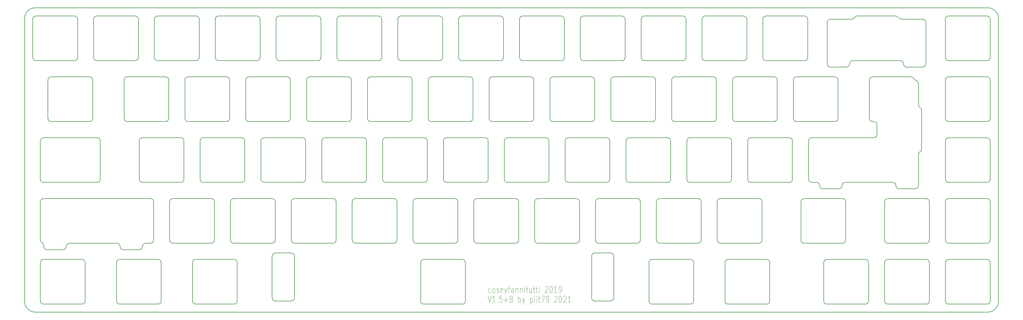
<source format=gbr>
%TF.GenerationSoftware,KiCad,Pcbnew,5.1.10-88a1d61d58~88~ubuntu21.04.1*%
%TF.CreationDate,2021-06-02T23:16:48+02:00*%
%TF.ProjectId,discipline-plate-blocker,64697363-6970-46c6-996e-652d706c6174,rev?*%
%TF.SameCoordinates,Original*%
%TF.FileFunction,Legend,Top*%
%TF.FilePolarity,Positive*%
%FSLAX46Y46*%
G04 Gerber Fmt 4.6, Leading zero omitted, Abs format (unit mm)*
G04 Created by KiCad (PCBNEW 5.1.10-88a1d61d58~88~ubuntu21.04.1) date 2021-06-02 23:16:48*
%MOMM*%
%LPD*%
G01*
G04 APERTURE LIST*
%TA.AperFunction,Profile*%
%ADD10C,0.200000*%
%TD*%
%TA.AperFunction,Profile*%
%ADD11C,0.150000*%
%TD*%
%ADD12C,0.075000*%
G04 APERTURE END LIST*
D10*
X72709300Y-164998400D02*
X72709300Y-176998400D01*
X58709300Y-164998400D02*
G75*
G02*
X59709300Y-163998400I1000000J0D01*
G01*
X71709300Y-177998400D02*
X59709300Y-177998400D01*
X72709300Y-176998400D02*
G75*
G02*
X71709300Y-177998400I-1000000J0D01*
G01*
X59709300Y-177998400D02*
G75*
G02*
X58709300Y-176998400I0J1000000D01*
G01*
X59709300Y-163998400D02*
X71709300Y-163998400D01*
X71709300Y-163998400D02*
G75*
G02*
X72709300Y-164998400I0J-1000000D01*
G01*
X58709300Y-176998400D02*
X58709300Y-164998400D01*
X96519300Y-164998400D02*
X96519300Y-176998400D01*
X82519300Y-164998400D02*
G75*
G02*
X83519300Y-163998400I1000000J0D01*
G01*
X95519300Y-177998400D02*
X83519300Y-177998400D01*
X96519300Y-176998400D02*
G75*
G02*
X95519300Y-177998400I-1000000J0D01*
G01*
X83519300Y-177998400D02*
G75*
G02*
X82519300Y-176998400I0J1000000D01*
G01*
X83519300Y-163998400D02*
X95519300Y-163998400D01*
X95519300Y-163998400D02*
G75*
G02*
X96519300Y-164998400I0J-1000000D01*
G01*
X82519300Y-176998400D02*
X82519300Y-164998400D01*
X120329300Y-164998400D02*
X120329300Y-176998400D01*
X106329300Y-164998400D02*
G75*
G02*
X107329300Y-163998400I1000000J0D01*
G01*
X119329300Y-177998400D02*
X107329300Y-177998400D01*
X120329300Y-176998400D02*
G75*
G02*
X119329300Y-177998400I-1000000J0D01*
G01*
X107329300Y-177998400D02*
G75*
G02*
X106329300Y-176998400I0J1000000D01*
G01*
X107329300Y-163998400D02*
X119329300Y-163998400D01*
X119329300Y-163998400D02*
G75*
G02*
X120329300Y-164998400I0J-1000000D01*
G01*
X106329300Y-176998400D02*
X106329300Y-164998400D01*
X191769300Y-164998400D02*
X191769300Y-176998400D01*
X177769300Y-164998400D02*
G75*
G02*
X178769300Y-163998400I1000000J0D01*
G01*
X190769300Y-177998400D02*
X178769300Y-177998400D01*
X191769300Y-176998400D02*
G75*
G02*
X190769300Y-177998400I-1000000J0D01*
G01*
X178769300Y-177998400D02*
G75*
G02*
X177769300Y-176998400I0J1000000D01*
G01*
X178769300Y-163998400D02*
X190769300Y-163998400D01*
X190769300Y-163998400D02*
G75*
G02*
X191769300Y-164998400I0J-1000000D01*
G01*
X177769300Y-176998400D02*
X177769300Y-164998400D01*
X263239300Y-164998400D02*
X263239300Y-176998400D01*
X249239300Y-164998400D02*
G75*
G02*
X250239300Y-163998400I1000000J0D01*
G01*
X262239300Y-177998400D02*
X250239300Y-177998400D01*
X263239300Y-176998400D02*
G75*
G02*
X262239300Y-177998400I-1000000J0D01*
G01*
X250239300Y-177998400D02*
G75*
G02*
X249239300Y-176998400I0J1000000D01*
G01*
X250239300Y-163998400D02*
X262239300Y-163998400D01*
X262239300Y-163998400D02*
G75*
G02*
X263239300Y-164998400I0J-1000000D01*
G01*
X249239300Y-176998400D02*
X249239300Y-164998400D01*
X287049300Y-164998400D02*
X287049300Y-176998400D01*
X273049300Y-164998400D02*
G75*
G02*
X274049300Y-163998400I1000000J0D01*
G01*
X286049300Y-177998400D02*
X274049300Y-177998400D01*
X287049300Y-176998400D02*
G75*
G02*
X286049300Y-177998400I-1000000J0D01*
G01*
X274049300Y-177998400D02*
G75*
G02*
X273049300Y-176998400I0J1000000D01*
G01*
X274049300Y-163998400D02*
X286049300Y-163998400D01*
X286049300Y-163998400D02*
G75*
G02*
X287049300Y-164998400I0J-1000000D01*
G01*
X273049300Y-176998400D02*
X273049300Y-164998400D01*
X299216800Y-126898400D02*
G75*
G02*
X300216800Y-125898400I1000000J0D01*
G01*
X331266800Y-106848400D02*
X319266799Y-106848400D01*
X320648050Y-124898400D02*
X320648050Y-121848400D01*
X320648050Y-124898400D02*
G75*
G02*
X319648050Y-125898400I-1000000J0D01*
G01*
X319648050Y-120848400D02*
G75*
G02*
X320648050Y-121848400I0J-1000000D01*
G01*
X319266799Y-120848400D02*
G75*
G02*
X318266799Y-119848400I0J1000000D01*
G01*
X299216800Y-126898400D02*
X299216800Y-138898400D01*
X319266799Y-120848400D02*
X319648050Y-120848400D01*
X334648050Y-129373400D02*
X334648050Y-117373400D01*
X332167637Y-107414244D02*
G75*
G03*
X332858263Y-107957744I900838J434156D01*
G01*
X334148050Y-130239425D02*
G75*
G03*
X333648050Y-131105450I500000J-866025D01*
G01*
X300216800Y-139898400D02*
X301685050Y-139898400D01*
X300216800Y-125898400D02*
X319648050Y-125898400D01*
X333648050Y-140898400D02*
X333648050Y-131105450D01*
X327566004Y-141897090D02*
G75*
G02*
X326566003Y-140897089I0J1000001D01*
G01*
X334648050Y-129373400D02*
G75*
G02*
X334148050Y-130239425I-1000000J0D01*
G01*
X303689997Y-141898388D02*
G75*
G02*
X302685050Y-140898400I-4947J999988D01*
G01*
X333648050Y-140898400D02*
G75*
G02*
X332648050Y-141898400I-1000000J0D01*
G01*
X303689991Y-141897089D02*
X308689994Y-141897089D01*
X309689994Y-140897089D02*
G75*
G02*
X308689994Y-141897089I-1000000J0D01*
G01*
X300216800Y-139898400D02*
G75*
G02*
X299216800Y-138898400I0J1000000D01*
G01*
X332858263Y-107957744D02*
G75*
G02*
X333648050Y-108935400I-210213J-977656D01*
G01*
X318266799Y-107848400D02*
X318266799Y-119848400D01*
X326566003Y-140897089D02*
G75*
G03*
X325566003Y-139897089I-1000000J0D01*
G01*
X334148050Y-116507375D02*
G75*
G02*
X334648050Y-117373400I-500000J-866025D01*
G01*
X310689995Y-139897088D02*
G75*
G03*
X309689994Y-140897089I0J-1000001D01*
G01*
X302685050Y-140898400D02*
G75*
G03*
X301685050Y-139898400I-1000000J0D01*
G01*
X310689995Y-139897088D02*
X325566003Y-139897089D01*
X333648049Y-115641349D02*
G75*
G03*
X334148050Y-116507375I1000001J0D01*
G01*
X327566004Y-141897090D02*
X332648050Y-141898400D01*
X331266800Y-106848401D02*
G75*
G02*
X332167637Y-107414244I0J-999999D01*
G01*
X318266799Y-107848400D02*
G75*
G02*
X319266799Y-106848400I1000000J0D01*
G01*
X302685050Y-140898400D02*
X302685050Y-140898400D01*
X333648050Y-115641349D02*
X333648050Y-108935400D01*
X82673550Y-158948400D02*
G75*
G02*
X83673550Y-159948400I0J-1000000D01*
G01*
X59797549Y-159948400D02*
X59797549Y-159727846D01*
X66797550Y-159948400D02*
G75*
G02*
X67797550Y-158948400I1000000J0D01*
G01*
X59710550Y-144948400D02*
X93141800Y-144948400D01*
X84673550Y-160948400D02*
G75*
G02*
X83673550Y-159948400I0J1000000D01*
G01*
X94141800Y-157948400D02*
G75*
G02*
X93141800Y-158948400I-1000000J0D01*
G01*
X60797549Y-160948399D02*
X65797550Y-160948399D01*
X66797550Y-159948400D02*
G75*
G02*
X65797550Y-160948400I-1000000J0D01*
G01*
X58710550Y-145948399D02*
X58710550Y-157948400D01*
X83673550Y-159948400D02*
X83673550Y-159948400D01*
X59254050Y-158838123D02*
G75*
G02*
X59797550Y-159727846I-456500J-889723D01*
G01*
X94141800Y-145948399D02*
X94141800Y-157948400D01*
X66797550Y-159948400D02*
X66797550Y-159948400D01*
X58710550Y-145948399D02*
G75*
G02*
X59710550Y-144948399I1000000J0D01*
G01*
X90673550Y-159948400D02*
G75*
G02*
X89673550Y-160948400I-1000000J0D01*
G01*
X90673550Y-159948400D02*
G75*
G02*
X91673550Y-158948400I1000000J0D01*
G01*
X67797550Y-158948399D02*
X82673550Y-158948399D01*
X93141800Y-144948399D02*
G75*
G02*
X94141800Y-145948399I0J-1000000D01*
G01*
X90673550Y-159948400D02*
X90673550Y-159948400D01*
X84673550Y-160948399D02*
X89673550Y-160948399D01*
X91673550Y-158948399D02*
X93141800Y-158948399D01*
X60797549Y-160948400D02*
G75*
G02*
X59797549Y-159948400I0J1000000D01*
G01*
X59254050Y-158838123D02*
G75*
G02*
X58710550Y-157948400I456500J889723D01*
G01*
X356079300Y-119848400D02*
G75*
G02*
X355079300Y-120848400I-1000000J0D01*
G01*
X356079300Y-100798400D02*
G75*
G02*
X355079300Y-101798400I-1000000J0D01*
G01*
X160816800Y-138898400D02*
G75*
G02*
X159816800Y-139898400I-1000000J0D01*
G01*
X155054300Y-106848400D02*
G75*
G02*
X156054300Y-107848400I0J-1000000D01*
G01*
X137273050Y-161998400D02*
G75*
G02*
X138273050Y-162998400I0J-1000000D01*
G01*
X284929300Y-88798400D02*
G75*
G02*
X285929300Y-87798400I1000000J0D01*
G01*
X132273050Y-161998400D02*
X137273050Y-161998400D01*
X75379300Y-100798400D02*
X75379300Y-88798400D01*
X307454300Y-120848400D02*
X295454300Y-120848400D01*
X131273050Y-175998400D02*
X131273050Y-162998400D01*
X138273050Y-162998400D02*
X138273050Y-175998400D01*
X100191800Y-158948400D02*
G75*
G02*
X99191800Y-157948400I0J1000000D01*
G01*
X112191800Y-158948400D02*
X100191800Y-158948400D01*
X221729300Y-101798400D02*
X209729300Y-101798400D01*
X131273050Y-162998400D02*
G75*
G02*
X132273050Y-161998400I1000000J0D01*
G01*
X146529300Y-88798400D02*
X146529300Y-100798400D01*
X231254300Y-106848400D02*
G75*
G02*
X232254300Y-107848400I0J-1000000D01*
G01*
X132529300Y-88798400D02*
G75*
G02*
X133529300Y-87798400I1000000J0D01*
G01*
X89379300Y-88798400D02*
X89379300Y-100798400D01*
X128766800Y-125898400D02*
X140766800Y-125898400D01*
X143054300Y-106848400D02*
X155054300Y-106848400D01*
X62091800Y-106848400D02*
X74091800Y-106848400D01*
X140766800Y-125898400D02*
G75*
G02*
X141766800Y-126898400I0J-1000000D01*
G01*
X356079300Y-145948400D02*
X356079300Y-157948400D01*
X127766800Y-126898400D02*
G75*
G02*
X128766800Y-125898400I1000000J0D01*
G01*
X232254300Y-107848400D02*
X232254300Y-119848400D01*
X245541800Y-158948400D02*
X233541800Y-158948400D01*
X355079300Y-139898400D02*
X343079300Y-139898400D01*
X236016800Y-139898400D02*
X224016800Y-139898400D01*
X356079300Y-88798400D02*
X356079300Y-100798400D01*
X137291800Y-145948400D02*
G75*
G02*
X138291800Y-144948400I1000000J0D01*
G01*
X255066800Y-139898400D02*
X243066800Y-139898400D01*
X343079300Y-101798400D02*
G75*
G02*
X342079300Y-100798400I0J1000000D01*
G01*
X137273050Y-176998400D02*
X132273050Y-176998400D01*
X137291800Y-157948400D02*
X137291800Y-145948400D01*
X256066800Y-126898400D02*
X256066800Y-138898400D01*
X337029300Y-145948400D02*
X337029300Y-157948400D01*
X119241800Y-158948400D02*
G75*
G02*
X118241800Y-157948400I0J1000000D01*
G01*
X56329300Y-88798400D02*
G75*
G02*
X57329300Y-87798400I1000000J0D01*
G01*
X335942300Y-102798400D02*
G75*
G02*
X334942300Y-103798400I-1000000J0D01*
G01*
X342079300Y-138898400D02*
X342079300Y-126898400D01*
X231279300Y-175998400D02*
X231279300Y-162998400D01*
X150291799Y-158948400D02*
X138291800Y-158948400D01*
X197916800Y-139898400D02*
X185916800Y-139898400D01*
X203966800Y-138898400D02*
X203966800Y-126898400D01*
X138291800Y-158948400D02*
G75*
G02*
X137291800Y-157948400I0J1000000D01*
G01*
X124004300Y-120848400D02*
G75*
G02*
X123004300Y-119848400I0J1000000D01*
G01*
X76379300Y-87798400D02*
X88379300Y-87798400D01*
X104954300Y-120848400D02*
G75*
G02*
X103954300Y-119848400I0J1000000D01*
G01*
X285929300Y-101798400D02*
G75*
G02*
X284929300Y-100798400I0J1000000D01*
G01*
X243066800Y-139898400D02*
G75*
G02*
X242066800Y-138898400I0J1000000D01*
G01*
X343079300Y-158948400D02*
G75*
G02*
X342079300Y-157948400I0J1000000D01*
G01*
X309835550Y-144948400D02*
G75*
G02*
X310835550Y-145948400I0J-1000000D01*
G01*
X117954300Y-107848400D02*
X117954300Y-119848400D01*
X175391800Y-145948400D02*
G75*
G02*
X176391800Y-144948400I1000000J0D01*
G01*
X342079300Y-100798400D02*
X342079300Y-88798400D01*
X114479299Y-87798400D02*
X126479300Y-87798400D01*
X342079300Y-88798400D02*
G75*
G02*
X343079300Y-87798400I1000000J0D01*
G01*
X75379300Y-88798400D02*
G75*
G02*
X76379300Y-87798400I1000000J0D01*
G01*
X238304300Y-120848400D02*
G75*
G02*
X237304300Y-119848400I0J1000000D01*
G01*
X126479300Y-87798400D02*
G75*
G02*
X127479300Y-88798400I0J-1000000D01*
G01*
X243066800Y-125898400D02*
X255066800Y-125898400D01*
X133529300Y-87798400D02*
X145529300Y-87798400D01*
X175391800Y-157948400D02*
X175391800Y-145948400D01*
X132241800Y-145948400D02*
X132241800Y-157948400D01*
X311066300Y-103798400D02*
X306066300Y-103798400D01*
X145529300Y-87798400D02*
G75*
G02*
X146529300Y-88798400I0J-1000000D01*
G01*
X145529300Y-101798400D02*
X133529300Y-101798400D01*
X127479300Y-100798400D02*
G75*
G02*
X126479300Y-101798400I-1000000J0D01*
G01*
X326504300Y-87798400D02*
G75*
G02*
X327370325Y-88298400I0J-1000000D01*
G01*
X327942300Y-101798400D02*
G75*
G02*
X328942300Y-102798400I0J-1000000D01*
G01*
X305066300Y-89798400D02*
G75*
G02*
X306066300Y-88798400I1000000J0D01*
G01*
X355079300Y-144948400D02*
G75*
G02*
X356079300Y-145948400I0J-1000000D01*
G01*
X223016800Y-138898400D02*
X223016800Y-126898400D01*
X237279300Y-176998400D02*
X232279300Y-176998400D01*
X216966800Y-139898400D02*
X204966800Y-139898400D01*
X185916800Y-125898400D02*
X197916800Y-125898400D01*
X127479299Y-88798400D02*
X127479300Y-100798400D01*
X126479300Y-101798400D02*
X114479299Y-101798400D01*
X119241800Y-144948400D02*
X131241800Y-144948400D01*
X296835550Y-157948400D02*
X296835550Y-145948400D01*
X296835550Y-145948400D02*
G75*
G02*
X297835550Y-144948400I1000000J0D01*
G01*
X342079300Y-126898400D02*
G75*
G02*
X343079300Y-125898400I1000000J0D01*
G01*
X70329299Y-88798400D02*
X70329300Y-100798400D01*
X281166800Y-139898400D02*
G75*
G02*
X280166800Y-138898400I0J1000000D01*
G01*
X103954300Y-107848400D02*
G75*
G02*
X104954300Y-106848400I1000000J0D01*
G01*
X219254300Y-106848400D02*
X231254300Y-106848400D01*
X208441800Y-157948400D02*
G75*
G02*
X207441800Y-158948400I-1000000J0D01*
G01*
X76473050Y-139898400D02*
X59710550Y-139898400D01*
X123004300Y-107848400D02*
G75*
G02*
X124004300Y-106848400I1000000J0D01*
G01*
X147816800Y-139898400D02*
G75*
G02*
X146816800Y-138898400I0J1000000D01*
G01*
X257354300Y-120848400D02*
G75*
G02*
X256354300Y-119848400I0J1000000D01*
G01*
X122716800Y-138898400D02*
G75*
G02*
X121716800Y-139898400I-1000000J0D01*
G01*
X142054300Y-107848400D02*
G75*
G02*
X143054300Y-106848400I1000000J0D01*
G01*
X159816800Y-125898400D02*
G75*
G02*
X160816800Y-126898400I0J-1000000D01*
G01*
X251304300Y-119848400D02*
G75*
G02*
X250304300Y-120848400I-1000000J0D01*
G01*
X274116800Y-139898400D02*
X262116800Y-139898400D01*
X100191800Y-144948400D02*
X112191800Y-144948400D01*
X85904300Y-120848400D02*
G75*
G02*
X84904300Y-119848400I0J1000000D01*
G01*
X308454300Y-119848400D02*
G75*
G02*
X307454300Y-120848400I-1000000J0D01*
G01*
X214491800Y-144948400D02*
X226491800Y-144948400D01*
X262116800Y-125898400D02*
X274116800Y-125898400D01*
X75091800Y-119848400D02*
G75*
G02*
X74091800Y-120848400I-1000000J0D01*
G01*
X193154300Y-106848400D02*
G75*
G02*
X194154300Y-107848400I0J-1000000D01*
G01*
X108716800Y-138898400D02*
X108716800Y-126898400D01*
X256354300Y-119848400D02*
X256354300Y-107848400D01*
X227779300Y-88798400D02*
G75*
G02*
X228779300Y-87798400I1000000J0D01*
G01*
X250304300Y-106848400D02*
G75*
G02*
X251304300Y-107848400I0J-1000000D01*
G01*
X61091800Y-107848400D02*
G75*
G02*
X62091800Y-106848400I1000000J0D01*
G01*
X109716800Y-139898400D02*
G75*
G02*
X108716800Y-138898400I0J1000000D01*
G01*
X89379300Y-100798400D02*
G75*
G02*
X88379300Y-101798400I-1000000J0D01*
G01*
X151579300Y-100798400D02*
X151579300Y-88798400D01*
X88379300Y-101798400D02*
X76379300Y-101798400D01*
X190679300Y-101798400D02*
G75*
G02*
X189679300Y-100798400I0J1000000D01*
G01*
X281166800Y-125898400D02*
X293166800Y-125898400D01*
X323029300Y-176998400D02*
X323029300Y-164998400D01*
X260829300Y-88798400D02*
X260829300Y-100798400D01*
X208441800Y-145948400D02*
X208441800Y-157948400D01*
X121716800Y-139898400D02*
X109716800Y-139898400D01*
X209729300Y-101798400D02*
G75*
G02*
X208729300Y-100798400I0J1000000D01*
G01*
X279879300Y-88798400D02*
X279879300Y-100798400D01*
X183629299Y-87798400D02*
G75*
G02*
X184629299Y-88798400I0J-1000000D01*
G01*
X269354300Y-106848400D02*
G75*
G02*
X270354300Y-107848400I0J-1000000D01*
G01*
X316979300Y-177998400D02*
X304979300Y-177998400D01*
X237304300Y-119848400D02*
X237304300Y-107848400D01*
X95429300Y-101798400D02*
G75*
G02*
X94429300Y-100798400I0J1000000D01*
G01*
X297929300Y-87798400D02*
G75*
G02*
X298929300Y-88798400I0J-1000000D01*
G01*
X141766800Y-126898400D02*
X141766800Y-138898400D01*
X232254300Y-119848400D02*
G75*
G02*
X231254300Y-120848400I-1000000J0D01*
G01*
X227491800Y-157948400D02*
G75*
G02*
X226491800Y-158948400I-1000000J0D01*
G01*
X232541800Y-157948400D02*
X232541800Y-145948400D01*
X169341800Y-144948400D02*
G75*
G02*
X170341800Y-145948400I0J-1000000D01*
G01*
X270641800Y-145948400D02*
G75*
G02*
X271641800Y-144948400I1000000J0D01*
G01*
X76379300Y-101798400D02*
G75*
G02*
X75379300Y-100798400I0J1000000D01*
G01*
X270641800Y-157948400D02*
X270641800Y-145948400D01*
X189391800Y-157948400D02*
G75*
G02*
X188391800Y-158948400I-1000000J0D01*
G01*
X227491800Y-145948400D02*
X227491800Y-157948400D01*
X132273050Y-176998400D02*
G75*
G02*
X131273050Y-175998400I0J1000000D01*
G01*
X62091800Y-120848400D02*
G75*
G02*
X61091800Y-119848400I0J1000000D01*
G01*
X342079300Y-107848400D02*
G75*
G02*
X343079300Y-106848400I1000000J0D01*
G01*
X137004300Y-119848400D02*
G75*
G02*
X136004300Y-120848400I-1000000J0D01*
G01*
X342079300Y-164998400D02*
G75*
G02*
X343079300Y-163998400I1000000J0D01*
G01*
X336029300Y-163998400D02*
G75*
G02*
X337029300Y-164998400I0J-1000000D01*
G01*
X99191800Y-157948400D02*
X99191800Y-145948400D01*
X156341800Y-157948400D02*
X156341800Y-145948400D01*
X240779300Y-101798400D02*
X228779300Y-101798400D01*
X188391800Y-144948400D02*
G75*
G02*
X189391800Y-145948400I0J-1000000D01*
G01*
X203679300Y-100798400D02*
G75*
G02*
X202679300Y-101798400I-1000000J0D01*
G01*
X251591800Y-157948400D02*
X251591800Y-145948400D01*
X264591800Y-158948400D02*
X252591800Y-158948400D01*
X356079300Y-176998400D02*
G75*
G02*
X355079300Y-177998400I-1000000J0D01*
G01*
X275116800Y-126898400D02*
X275116800Y-138898400D01*
X232541800Y-145948400D02*
G75*
G02*
X233541800Y-144948400I1000000J0D01*
G01*
X307454300Y-106848400D02*
G75*
G02*
X308454300Y-107848400I0J-1000000D01*
G01*
X58710550Y-126898400D02*
G75*
G02*
X59710550Y-125898400I1000000J0D01*
G01*
X157341800Y-144948400D02*
X169341800Y-144948400D01*
X336029300Y-177998400D02*
X324029300Y-177998400D01*
X342079300Y-119848400D02*
X342079300Y-107848400D01*
X250304300Y-120848400D02*
X238304300Y-120848400D01*
X257354300Y-106848400D02*
X269354300Y-106848400D01*
X136004300Y-120848400D02*
X124004300Y-120848400D01*
X275116800Y-138898400D02*
G75*
G02*
X274116800Y-139898400I-1000000J0D01*
G01*
X156054300Y-107848400D02*
X156054300Y-119848400D01*
X138273050Y-175998400D02*
G75*
G02*
X137273050Y-176998400I-1000000J0D01*
G01*
X212204300Y-120848400D02*
X200204300Y-120848400D01*
X165866800Y-138898400D02*
X165866800Y-126898400D01*
X280166800Y-138898400D02*
X280166800Y-126898400D01*
X95429300Y-87798400D02*
X107429300Y-87798400D01*
X222729300Y-88798400D02*
X222729300Y-100798400D01*
X271641800Y-158948400D02*
G75*
G02*
X270641800Y-157948400I0J1000000D01*
G01*
X107429300Y-87798400D02*
G75*
G02*
X108429300Y-88798400I0J-1000000D01*
G01*
X293166800Y-125898400D02*
G75*
G02*
X294166800Y-126898400I0J-1000000D01*
G01*
X179866800Y-138898400D02*
G75*
G02*
X178866800Y-139898400I-1000000J0D01*
G01*
X246541800Y-145948400D02*
X246541800Y-157948400D01*
X303979300Y-164998400D02*
G75*
G02*
X304979300Y-163998400I1000000J0D01*
G01*
X165579300Y-88798400D02*
X165579300Y-100798400D01*
X61091800Y-119848400D02*
X61091800Y-107848400D01*
X256354300Y-107848400D02*
G75*
G02*
X257354300Y-106848400I1000000J0D01*
G01*
X213491800Y-157948400D02*
X213491800Y-145948400D01*
X194441800Y-145948400D02*
G75*
G02*
X195441800Y-144948400I1000000J0D01*
G01*
X146816800Y-126898400D02*
G75*
G02*
X147816800Y-125898400I1000000J0D01*
G01*
X233541800Y-158948400D02*
G75*
G02*
X232541800Y-157948400I0J1000000D01*
G01*
X176391800Y-144948400D02*
X188391800Y-144948400D01*
X209729300Y-87798400D02*
X221729300Y-87798400D01*
X127766800Y-138898400D02*
X127766800Y-126898400D01*
X194154300Y-119848400D02*
G75*
G02*
X193154300Y-120848400I-1000000J0D01*
G01*
X356079300Y-164998400D02*
X356079300Y-176998400D01*
X178866800Y-139898400D02*
X166866800Y-139898400D01*
X102666800Y-139898400D02*
X90666800Y-139898400D01*
X356079300Y-107848400D02*
X356079300Y-119848400D01*
X94429300Y-88798400D02*
G75*
G02*
X95429300Y-87798400I1000000J0D01*
G01*
X113191800Y-145948400D02*
X113191800Y-157948400D01*
X355079300Y-106848400D02*
G75*
G02*
X356079300Y-107848400I0J-1000000D01*
G01*
X156341800Y-145948400D02*
G75*
G02*
X157341800Y-144948400I1000000J0D01*
G01*
X98904300Y-119848400D02*
G75*
G02*
X97904300Y-120848400I-1000000J0D01*
G01*
X228779300Y-101798400D02*
G75*
G02*
X227779300Y-100798400I0J1000000D01*
G01*
X246541800Y-157948400D02*
G75*
G02*
X245541800Y-158948400I-1000000J0D01*
G01*
X170341800Y-145948400D02*
X170341800Y-157948400D01*
X259829300Y-87798400D02*
G75*
G02*
X260829300Y-88798400I0J-1000000D01*
G01*
X304979300Y-177998400D02*
G75*
G02*
X303979300Y-176998400I0J1000000D01*
G01*
X102666800Y-125898400D02*
G75*
G02*
X103666800Y-126898400I0J-1000000D01*
G01*
X103666800Y-138898400D02*
G75*
G02*
X102666800Y-139898400I-1000000J0D01*
G01*
X343079300Y-177998400D02*
G75*
G02*
X342079300Y-176998400I0J1000000D01*
G01*
X74091800Y-120848400D02*
X62091800Y-120848400D01*
X140766800Y-139898400D02*
X128766800Y-139898400D01*
X343079300Y-163998400D02*
X355079300Y-163998400D01*
X109716800Y-125898400D02*
X121716800Y-125898400D01*
X77473050Y-126898400D02*
X77473050Y-138898400D01*
X165866800Y-126898400D02*
G75*
G02*
X166866800Y-125898400I1000000J0D01*
G01*
X162104300Y-106848400D02*
X174104300Y-106848400D01*
X85904300Y-106848400D02*
X97904300Y-106848400D01*
X89666800Y-126898400D02*
G75*
G02*
X90666800Y-125898400I1000000J0D01*
G01*
X199204300Y-107848400D02*
G75*
G02*
X200204300Y-106848400I1000000J0D01*
G01*
X112191800Y-144948400D02*
G75*
G02*
X113191800Y-145948400I0J-1000000D01*
G01*
X84904300Y-107848400D02*
G75*
G02*
X85904300Y-106848400I1000000J0D01*
G01*
X285929300Y-87798400D02*
X297929300Y-87798400D01*
X226491800Y-158948400D02*
X214491800Y-158948400D01*
X174104300Y-120848400D02*
X162104300Y-120848400D01*
X113191800Y-157948400D02*
G75*
G02*
X112191800Y-158948400I-1000000J0D01*
G01*
X337029300Y-164998400D02*
X337029300Y-176998400D01*
X189679300Y-88798400D02*
G75*
G02*
X190679300Y-87798400I1000000J0D01*
G01*
X189391800Y-145948400D02*
X189391800Y-157948400D01*
X245541800Y-144948400D02*
G75*
G02*
X246541800Y-145948400I0J-1000000D01*
G01*
X59710550Y-125898400D02*
X76473050Y-125898400D01*
X298929300Y-88798400D02*
X298929300Y-100798400D01*
X293166800Y-139898400D02*
X281166800Y-139898400D01*
X157341800Y-158948400D02*
G75*
G02*
X156341800Y-157948400I0J1000000D01*
G01*
X174104300Y-106848400D02*
G75*
G02*
X175104300Y-107848400I0J-1000000D01*
G01*
X108716800Y-126898400D02*
G75*
G02*
X109716800Y-125898400I1000000J0D01*
G01*
X179866800Y-126898400D02*
X179866800Y-138898400D01*
X77473050Y-138898400D02*
G75*
G02*
X76473050Y-139898400I-1000000J0D01*
G01*
X200204300Y-120848400D02*
G75*
G02*
X199204300Y-119848400I0J1000000D01*
G01*
X213491800Y-145948400D02*
G75*
G02*
X214491800Y-144948400I1000000J0D01*
G01*
X219254300Y-120848400D02*
G75*
G02*
X218254300Y-119848400I0J1000000D01*
G01*
X278879300Y-87798400D02*
G75*
G02*
X279879300Y-88798400I0J-1000000D01*
G01*
X74091800Y-106848400D02*
G75*
G02*
X75091800Y-107848400I0J-1000000D01*
G01*
X190679300Y-87798400D02*
X202679300Y-87798400D01*
X89666800Y-138898400D02*
X89666800Y-126898400D01*
X317979300Y-164998400D02*
X317979300Y-176998400D01*
X238304300Y-106848400D02*
X250304300Y-106848400D01*
X84904300Y-119848400D02*
X84904300Y-107848400D01*
X195441800Y-158948400D02*
G75*
G02*
X194441800Y-157948400I0J1000000D01*
G01*
X262116800Y-139898400D02*
G75*
G02*
X261116800Y-138898400I0J1000000D01*
G01*
X233541800Y-144948400D02*
X245541800Y-144948400D01*
X270354300Y-119848400D02*
G75*
G02*
X269354300Y-120848400I-1000000J0D01*
G01*
X98904300Y-107848400D02*
X98904300Y-119848400D01*
X280166800Y-126898400D02*
G75*
G02*
X281166800Y-125898400I1000000J0D01*
G01*
X123004300Y-119848400D02*
X123004300Y-107848400D01*
X189679300Y-100798400D02*
X189679300Y-88798400D01*
X294454300Y-107848400D02*
G75*
G02*
X295454300Y-106848400I1000000J0D01*
G01*
X261116800Y-138898400D02*
X261116800Y-126898400D01*
X226491800Y-144948400D02*
G75*
G02*
X227491800Y-145948400I0J-1000000D01*
G01*
X241779300Y-88798400D02*
X241779300Y-100798400D01*
X317979300Y-176998400D02*
G75*
G02*
X316979300Y-177998400I-1000000J0D01*
G01*
X259829300Y-101798400D02*
X247829300Y-101798400D01*
X265591800Y-157948400D02*
G75*
G02*
X264591800Y-158948400I-1000000J0D01*
G01*
X107429300Y-101798400D02*
X95429300Y-101798400D01*
X207441800Y-144948400D02*
G75*
G02*
X208441800Y-145948400I0J-1000000D01*
G01*
X283641800Y-158948400D02*
X271641800Y-158948400D01*
X252591800Y-158948400D02*
G75*
G02*
X251591800Y-157948400I0J1000000D01*
G01*
X294166800Y-126898400D02*
X294166800Y-138898400D01*
X208729300Y-88798400D02*
G75*
G02*
X209729300Y-87798400I1000000J0D01*
G01*
X247829300Y-101798400D02*
G75*
G02*
X246829300Y-100798400I0J1000000D01*
G01*
X103666800Y-126898400D02*
X103666800Y-138898400D01*
X169341800Y-158948400D02*
X157341800Y-158948400D01*
X269354300Y-120848400D02*
X257354300Y-120848400D01*
X284641800Y-157948400D02*
G75*
G02*
X283641800Y-158948400I-1000000J0D01*
G01*
X161104300Y-107848400D02*
G75*
G02*
X162104300Y-106848400I1000000J0D01*
G01*
X108429300Y-88798400D02*
X108429300Y-100798400D01*
X136004300Y-106848400D02*
G75*
G02*
X137004300Y-107848400I0J-1000000D01*
G01*
X208729300Y-100798400D02*
X208729300Y-88798400D01*
X178866800Y-125898400D02*
G75*
G02*
X179866800Y-126898400I0J-1000000D01*
G01*
X343079300Y-106848400D02*
X355079300Y-106848400D01*
X294454300Y-119848400D02*
X294454300Y-107848400D01*
X97904300Y-106848400D02*
G75*
G02*
X98904300Y-107848400I0J-1000000D01*
G01*
X199204300Y-119848400D02*
X199204300Y-107848400D01*
X270354300Y-107848400D02*
X270354300Y-119848400D01*
X170341800Y-157948400D02*
G75*
G02*
X169341800Y-158948400I-1000000J0D01*
G01*
X75091800Y-107848400D02*
X75091800Y-119848400D01*
X246829300Y-88798400D02*
G75*
G02*
X247829300Y-87798400I1000000J0D01*
G01*
X166866800Y-125898400D02*
X178866800Y-125898400D01*
X203679300Y-88798400D02*
X203679300Y-100798400D01*
X146816800Y-138898400D02*
X146816800Y-126898400D01*
X124004300Y-106848400D02*
X136004300Y-106848400D01*
X181154300Y-120848400D02*
G75*
G02*
X180154300Y-119848400I0J1000000D01*
G01*
X227779300Y-100798400D02*
X227779300Y-88798400D01*
X76473050Y-125898400D02*
G75*
G02*
X77473050Y-126898400I0J-1000000D01*
G01*
X152579300Y-87798400D02*
X164579300Y-87798400D01*
X212204300Y-106848400D02*
G75*
G02*
X213204300Y-107848400I0J-1000000D01*
G01*
X90666800Y-125898400D02*
X102666800Y-125898400D01*
X99191800Y-145948400D02*
G75*
G02*
X100191800Y-144948400I1000000J0D01*
G01*
X161104300Y-119848400D02*
X161104300Y-107848400D01*
X121716800Y-125898400D02*
G75*
G02*
X122716800Y-126898400I0J-1000000D01*
G01*
X241779300Y-100798400D02*
G75*
G02*
X240779300Y-101798400I-1000000J0D01*
G01*
X240779300Y-87798400D02*
G75*
G02*
X241779300Y-88798400I0J-1000000D01*
G01*
X151579300Y-88798400D02*
G75*
G02*
X152579300Y-87798400I1000000J0D01*
G01*
X176391800Y-158948400D02*
G75*
G02*
X175391800Y-157948400I0J1000000D01*
G01*
X108429300Y-100798400D02*
G75*
G02*
X107429300Y-101798400I-1000000J0D01*
G01*
X213204300Y-119848400D02*
G75*
G02*
X212204300Y-120848400I-1000000J0D01*
G01*
X261116800Y-126898400D02*
G75*
G02*
X262116800Y-125898400I1000000J0D01*
G01*
X295454300Y-120848400D02*
G75*
G02*
X294454300Y-119848400I0J1000000D01*
G01*
X343079300Y-120848400D02*
G75*
G02*
X342079300Y-119848400I0J1000000D01*
G01*
X166866800Y-139898400D02*
G75*
G02*
X165866800Y-138898400I0J1000000D01*
G01*
X218254300Y-119848400D02*
X218254300Y-107848400D01*
X284641800Y-145948400D02*
X284641800Y-157948400D01*
X164579300Y-101798400D02*
X152579300Y-101798400D01*
X304979300Y-163998400D02*
X316979300Y-163998400D01*
X355079300Y-177998400D02*
X343079300Y-177998400D01*
X252591800Y-144948400D02*
X264591800Y-144948400D01*
X159816800Y-139898400D02*
X147816800Y-139898400D01*
X122716800Y-126898400D02*
X122716800Y-138898400D01*
X180154300Y-119848400D02*
X180154300Y-107848400D01*
X195441800Y-144948400D02*
X207441800Y-144948400D01*
X294166800Y-138898400D02*
G75*
G02*
X293166800Y-139898400I-1000000J0D01*
G01*
X160816800Y-126898400D02*
X160816800Y-138898400D01*
X247829300Y-87798400D02*
X259829300Y-87798400D01*
X324029300Y-163998400D02*
X336029300Y-163998400D01*
X207441800Y-158948400D02*
X195441800Y-158948400D01*
X155054300Y-120848400D02*
X143054300Y-120848400D01*
X165579300Y-100798400D02*
G75*
G02*
X164579300Y-101798400I-1000000J0D01*
G01*
X295454300Y-106848400D02*
X307454300Y-106848400D01*
X188391800Y-158948400D02*
X176391800Y-158948400D01*
X175104300Y-107848400D02*
X175104300Y-119848400D01*
X308454300Y-107848400D02*
X308454300Y-119848400D01*
X152579300Y-101798400D02*
G75*
G02*
X151579300Y-100798400I0J1000000D01*
G01*
X355079300Y-163998400D02*
G75*
G02*
X356079300Y-164998400I0J-1000000D01*
G01*
X202679300Y-87798400D02*
G75*
G02*
X203679300Y-88798400I0J-1000000D01*
G01*
X58710550Y-138898400D02*
X58710550Y-126898400D01*
X59710550Y-139898400D02*
G75*
G02*
X58710550Y-138898400I0J1000000D01*
G01*
X132529300Y-100798400D02*
X132529300Y-88798400D01*
X180154300Y-107848400D02*
G75*
G02*
X181154300Y-106848400I1000000J0D01*
G01*
X275404300Y-119848400D02*
X275404300Y-107848400D01*
X133529300Y-101798400D02*
G75*
G02*
X132529300Y-100798400I0J1000000D01*
G01*
X69329300Y-101798400D02*
X57329300Y-101798400D01*
X276404300Y-120848400D02*
G75*
G02*
X275404300Y-119848400I0J1000000D01*
G01*
X342079300Y-157948400D02*
X342079300Y-145948400D01*
X138291800Y-144948400D02*
X150291799Y-144948400D01*
X231279300Y-162998400D02*
G75*
G02*
X232279300Y-161998400I1000000J0D01*
G01*
X310835550Y-145948400D02*
X310835550Y-157948400D01*
X198916800Y-138898400D02*
G75*
G02*
X197916800Y-139898400I-1000000J0D01*
G01*
X113479299Y-88798400D02*
G75*
G02*
X114479299Y-87798400I1000000J0D01*
G01*
X237304300Y-107848400D02*
G75*
G02*
X238304300Y-106848400I1000000J0D01*
G01*
X69329300Y-87798401D02*
G75*
G02*
X70329299Y-88798400I0J-999999D01*
G01*
X312066300Y-102798400D02*
G75*
G02*
X313066300Y-101798400I1000000J0D01*
G01*
X194154300Y-107848400D02*
X194154300Y-119848400D01*
X355079300Y-125898400D02*
G75*
G02*
X356079300Y-126898400I0J-1000000D01*
G01*
X310835550Y-157948400D02*
G75*
G02*
X309835550Y-158948400I-1000000J0D01*
G01*
X306066300Y-88798400D02*
X312772249Y-88798400D01*
X305066300Y-102798400D02*
X305066300Y-89798400D01*
X313638275Y-88298400D02*
G75*
G02*
X314504300Y-87798400I866025J-500000D01*
G01*
X197916800Y-125898400D02*
G75*
G02*
X198916800Y-126898400I0J-1000000D01*
G01*
X143054300Y-120848400D02*
G75*
G02*
X142054300Y-119848400I0J1000000D01*
G01*
X323029300Y-157948400D02*
X323029300Y-145948400D01*
X336029300Y-158948400D02*
X324029300Y-158948400D01*
X150291799Y-144948400D02*
G75*
G02*
X151291799Y-145948400I0J-1000000D01*
G01*
X343079300Y-125898400D02*
X355079300Y-125898400D01*
X271641800Y-144948400D02*
X283641800Y-144948400D01*
X298929300Y-100798400D02*
G75*
G02*
X297929300Y-101798400I-1000000J0D01*
G01*
X116954300Y-106848400D02*
G75*
G02*
X117954300Y-107848400I0J-1000000D01*
G01*
X231254300Y-120848400D02*
X219254300Y-120848400D01*
X224016800Y-139898400D02*
G75*
G02*
X223016800Y-138898400I0J1000000D01*
G01*
X217966800Y-126898400D02*
X217966800Y-138898400D01*
X116954300Y-120848400D02*
X104954300Y-120848400D01*
X288404300Y-120848400D02*
X276404300Y-120848400D01*
X266879300Y-101798400D02*
G75*
G02*
X265879300Y-100798400I0J1000000D01*
G01*
X343079300Y-139898400D02*
G75*
G02*
X342079300Y-138898400I0J1000000D01*
G01*
X265879300Y-88798400D02*
G75*
G02*
X266879300Y-87798400I1000000J0D01*
G01*
X265879300Y-100798400D02*
X265879300Y-88798400D01*
X356079300Y-138898400D02*
G75*
G02*
X355079300Y-139898400I-1000000J0D01*
G01*
X237279300Y-161998400D02*
G75*
G02*
X238279300Y-162998400I0J-1000000D01*
G01*
X297929300Y-101798400D02*
X285929300Y-101798400D01*
X264591800Y-144948400D02*
G75*
G02*
X265591800Y-145948400I0J-1000000D01*
G01*
X314504300Y-87798400D02*
X326504299Y-87798400D01*
X223016800Y-126898400D02*
G75*
G02*
X224016800Y-125898400I1000000J0D01*
G01*
X328236350Y-88798400D02*
X334942300Y-88798400D01*
X324029300Y-158948400D02*
G75*
G02*
X323029300Y-157948400I0J1000000D01*
G01*
X313638274Y-88298400D02*
G75*
G02*
X312772249Y-88798400I-866025J500000D01*
G01*
X312066300Y-102798400D02*
G75*
G02*
X311066300Y-103798400I-1000000J0D01*
G01*
X184629299Y-100798400D02*
G75*
G02*
X183629299Y-101798400I-1000000J0D01*
G01*
X156054300Y-119848400D02*
G75*
G02*
X155054300Y-120848400I-1000000J0D01*
G01*
X104954300Y-106848400D02*
X116954300Y-106848400D01*
X316979300Y-163998400D02*
G75*
G02*
X317979300Y-164998400I0J-1000000D01*
G01*
X118241800Y-145948400D02*
G75*
G02*
X119241800Y-144948400I1000000J0D01*
G01*
X323029300Y-145948400D02*
G75*
G02*
X324029300Y-144948400I1000000J0D01*
G01*
X337029300Y-157948400D02*
G75*
G02*
X336029300Y-158948400I-1000000J0D01*
G01*
X329942300Y-103798400D02*
G75*
G02*
X328942300Y-102798400I0J1000000D01*
G01*
X297835550Y-158948400D02*
G75*
G02*
X296835550Y-157948400I0J1000000D01*
G01*
X260829300Y-100798400D02*
G75*
G02*
X259829300Y-101798400I-1000000J0D01*
G01*
X131241800Y-144948400D02*
G75*
G02*
X132241800Y-145948400I0J-1000000D01*
G01*
X57329300Y-101798400D02*
G75*
G02*
X56329300Y-100798400I0J1000000D01*
G01*
X181154300Y-106848400D02*
X193154300Y-106848400D01*
X274116800Y-125898400D02*
G75*
G02*
X275116800Y-126898400I0J-1000000D01*
G01*
X56329300Y-100798400D02*
X56329300Y-88798400D01*
X171629300Y-87798400D02*
X183629299Y-87798400D01*
X118241800Y-157948400D02*
X118241800Y-145948400D01*
X184629299Y-88798400D02*
X184629299Y-100798400D01*
X204966800Y-139898400D02*
G75*
G02*
X203966800Y-138898400I0J1000000D01*
G01*
X204966800Y-125898400D02*
X216966800Y-125898400D01*
X171629300Y-101798400D02*
G75*
G02*
X170629300Y-100798400I0J1000000D01*
G01*
X70329300Y-100798400D02*
G75*
G02*
X69329300Y-101798400I-1000000J0D01*
G01*
X216966800Y-125898400D02*
G75*
G02*
X217966800Y-126898400I0J-1000000D01*
G01*
X113479300Y-100798400D02*
X113479299Y-88798400D01*
X255066800Y-125898400D02*
G75*
G02*
X256066800Y-126898400I0J-1000000D01*
G01*
X284929300Y-100798400D02*
X284929300Y-88798400D01*
X324029300Y-177998400D02*
G75*
G02*
X323029300Y-176998400I0J1000000D01*
G01*
X57329300Y-87798400D02*
X69329300Y-87798401D01*
X194441800Y-157948400D02*
X194441800Y-145948400D01*
X128766800Y-139898400D02*
G75*
G02*
X127766800Y-138898400I0J1000000D01*
G01*
X97904300Y-120848400D02*
X85904300Y-120848400D01*
X137004300Y-107848400D02*
X137004300Y-119848400D01*
X218254300Y-107848400D02*
G75*
G02*
X219254300Y-106848400I1000000J0D01*
G01*
X355079300Y-120848400D02*
X343079300Y-120848400D01*
X246829300Y-100798400D02*
X246829300Y-88798400D01*
X202679300Y-101798400D02*
X190679300Y-101798400D01*
X175104300Y-119848400D02*
G75*
G02*
X174104300Y-120848400I-1000000J0D01*
G01*
X147816800Y-125898400D02*
X159816800Y-125898400D01*
X200204300Y-106848400D02*
X212204300Y-106848400D01*
X94429300Y-100798400D02*
X94429300Y-88798400D01*
X213204300Y-107848400D02*
X213204300Y-119848400D01*
X228779300Y-87798400D02*
X240779300Y-87798400D01*
X214491800Y-158948400D02*
G75*
G02*
X213491800Y-157948400I0J1000000D01*
G01*
X141766800Y-138898400D02*
G75*
G02*
X140766800Y-139898400I-1000000J0D01*
G01*
X303979300Y-176998400D02*
X303979300Y-164998400D01*
X164579300Y-87798400D02*
G75*
G02*
X165579300Y-88798400I0J-1000000D01*
G01*
X162104300Y-120848400D02*
G75*
G02*
X161104300Y-119848400I0J1000000D01*
G01*
X337029300Y-176998400D02*
G75*
G02*
X336029300Y-177998400I-1000000J0D01*
G01*
X184916800Y-138898400D02*
X184916800Y-126898400D01*
X289404300Y-119848400D02*
G75*
G02*
X288404300Y-120848400I-1000000J0D01*
G01*
X323029300Y-164998400D02*
G75*
G02*
X324029300Y-163998400I1000000J0D01*
G01*
X309835550Y-158948400D02*
X297835550Y-158948400D01*
X334942300Y-88798400D02*
G75*
G02*
X335942300Y-89798400I0J-1000000D01*
G01*
X335942300Y-89798400D02*
X335942300Y-102798400D01*
X193154300Y-120848400D02*
X181154300Y-120848400D01*
X238279300Y-175998400D02*
G75*
G02*
X237279300Y-176998400I-1000000J0D01*
G01*
X117954300Y-119848400D02*
G75*
G02*
X116954300Y-120848400I-1000000J0D01*
G01*
X278879300Y-101798400D02*
X266879300Y-101798400D01*
X183629299Y-101798400D02*
X171629300Y-101798400D01*
X217966800Y-138898400D02*
G75*
G02*
X216966800Y-139898400I-1000000J0D01*
G01*
X275404300Y-107848400D02*
G75*
G02*
X276404300Y-106848400I1000000J0D01*
G01*
X222729300Y-100798400D02*
G75*
G02*
X221729300Y-101798400I-1000000J0D01*
G01*
X88379300Y-87798400D02*
G75*
G02*
X89379300Y-88798400I0J-1000000D01*
G01*
X355079300Y-87798400D02*
G75*
G02*
X356079300Y-88798400I0J-1000000D01*
G01*
X289404300Y-107848400D02*
X289404300Y-119848400D01*
X242066800Y-126898400D02*
G75*
G02*
X243066800Y-125898400I1000000J0D01*
G01*
X297835550Y-144948400D02*
X309835550Y-144948400D01*
X232279300Y-161998400D02*
X237279300Y-161998400D01*
X103954300Y-119848400D02*
X103954300Y-107848400D01*
X203966800Y-126898400D02*
G75*
G02*
X204966800Y-125898400I1000000J0D01*
G01*
X170629300Y-100798400D02*
X170629300Y-88798400D01*
X146529300Y-100798400D02*
G75*
G02*
X145529300Y-101798400I-1000000J0D01*
G01*
X114479299Y-101798400D02*
G75*
G02*
X113479299Y-100798400I0J1000000D01*
G01*
X283641800Y-144948400D02*
G75*
G02*
X284641800Y-145948400I0J-1000000D01*
G01*
X224016800Y-125898400D02*
X236016800Y-125898400D01*
X251304300Y-107848400D02*
X251304300Y-119848400D01*
X356079300Y-157948400D02*
G75*
G02*
X355079300Y-158948400I-1000000J0D01*
G01*
X151291799Y-157948400D02*
G75*
G02*
X150291799Y-158948400I-1000000J0D01*
G01*
X265591800Y-145948400D02*
X265591800Y-157948400D01*
X328236350Y-88798400D02*
G75*
G02*
X327370325Y-88298400I0J1000000D01*
G01*
X132241800Y-157948400D02*
G75*
G02*
X131241800Y-158948400I-1000000J0D01*
G01*
X221729300Y-87798400D02*
G75*
G02*
X222729300Y-88798400I0J-1000000D01*
G01*
X90666800Y-139898400D02*
G75*
G02*
X89666800Y-138898400I0J1000000D01*
G01*
X306066300Y-103798400D02*
G75*
G02*
X305066300Y-102798400I0J1000000D01*
G01*
X232279300Y-176998400D02*
G75*
G02*
X231279300Y-175998400I0J1000000D01*
G01*
X256066800Y-138898400D02*
G75*
G02*
X255066800Y-139898400I-1000000J0D01*
G01*
X266879300Y-87798400D02*
X278879300Y-87798400D01*
X356079300Y-126898400D02*
X356079300Y-138898400D01*
X242066800Y-138898400D02*
X242066800Y-126898400D01*
X142054300Y-119848400D02*
X142054300Y-107848400D01*
X170629300Y-88798400D02*
G75*
G02*
X171629300Y-87798400I1000000J0D01*
G01*
X237016800Y-138898400D02*
G75*
G02*
X236016800Y-139898400I-1000000J0D01*
G01*
X276404300Y-106848400D02*
X288404300Y-106848400D01*
X342079300Y-176998400D02*
X342079300Y-164998400D01*
X355079300Y-158948400D02*
X343079300Y-158948400D01*
X251591800Y-145948400D02*
G75*
G02*
X252591800Y-144948400I1000000J0D01*
G01*
X238279300Y-162998400D02*
X238279300Y-175998400D01*
X343079300Y-87798400D02*
X355079300Y-87798400D01*
X355079300Y-101798400D02*
X343079300Y-101798400D01*
X327942300Y-101798400D02*
X313066300Y-101798400D01*
X185916800Y-139898400D02*
G75*
G02*
X184916800Y-138898400I0J1000000D01*
G01*
X184916800Y-126898400D02*
G75*
G02*
X185916800Y-125898400I1000000J0D01*
G01*
X324029300Y-144948400D02*
X336029300Y-144948400D01*
X334942300Y-103798400D02*
X329942300Y-103798400D01*
X151291800Y-145948400D02*
X151291799Y-157948400D01*
X131241800Y-158948400D02*
X119241800Y-158948400D01*
X342079300Y-145948400D02*
G75*
G02*
X343079300Y-144948400I1000000J0D01*
G01*
X343079300Y-144948400D02*
X355079300Y-144948400D01*
X288404300Y-106848400D02*
G75*
G02*
X289404300Y-107848400I0J-1000000D01*
G01*
X279879300Y-100798400D02*
G75*
G02*
X278879300Y-101798400I-1000000J0D01*
G01*
X198916800Y-126898400D02*
X198916800Y-138898400D01*
X237016800Y-126898400D02*
X237016800Y-138898400D01*
X336029300Y-144948400D02*
G75*
G02*
X337029300Y-145948400I0J-1000000D01*
G01*
X236016800Y-125898400D02*
G75*
G02*
X237016800Y-126898400I0J-1000000D01*
G01*
D11*
X355353250Y-180502219D02*
X57076441Y-180502219D01*
X358660309Y-88551809D02*
X358660309Y-177195160D01*
X57073441Y-85244750D02*
X355353250Y-85244750D01*
X53766382Y-177198159D02*
X53766382Y-88551809D01*
X355353250Y-85244750D02*
G75*
G02*
X358660309Y-88551809I0J-3307059D01*
G01*
X358660309Y-177195160D02*
G75*
G02*
X355353250Y-180502219I-3307059J0D01*
G01*
X57076441Y-180502218D02*
G75*
G02*
X53766382Y-177198159I-3000J3307059D01*
G01*
X53766382Y-88551809D02*
G75*
G02*
X57073441Y-85244750I3307059J0D01*
G01*
D12*
X199676750Y-174274801D02*
X199533892Y-174370039D01*
X199248178Y-174370039D01*
X199105321Y-174274801D01*
X199033892Y-174179563D01*
X198962464Y-173989087D01*
X198962464Y-173417658D01*
X199033892Y-173227182D01*
X199105321Y-173131944D01*
X199248178Y-173036706D01*
X199533892Y-173036706D01*
X199676750Y-173131944D01*
X200533892Y-174370039D02*
X200391035Y-174274801D01*
X200319607Y-174179563D01*
X200248178Y-173989087D01*
X200248178Y-173417658D01*
X200319607Y-173227182D01*
X200391035Y-173131944D01*
X200533892Y-173036706D01*
X200748178Y-173036706D01*
X200891035Y-173131944D01*
X200962464Y-173227182D01*
X201033892Y-173417658D01*
X201033892Y-173989087D01*
X200962464Y-174179563D01*
X200891035Y-174274801D01*
X200748178Y-174370039D01*
X200533892Y-174370039D01*
X201605321Y-174274801D02*
X201748178Y-174370039D01*
X202033892Y-174370039D01*
X202176750Y-174274801D01*
X202248178Y-174084325D01*
X202248178Y-173989087D01*
X202176750Y-173798611D01*
X202033892Y-173703373D01*
X201819607Y-173703373D01*
X201676750Y-173608135D01*
X201605321Y-173417658D01*
X201605321Y-173322420D01*
X201676750Y-173131944D01*
X201819607Y-173036706D01*
X202033892Y-173036706D01*
X202176750Y-173131944D01*
X203462464Y-174274801D02*
X203319607Y-174370039D01*
X203033892Y-174370039D01*
X202891035Y-174274801D01*
X202819607Y-174084325D01*
X202819607Y-173322420D01*
X202891035Y-173131944D01*
X203033892Y-173036706D01*
X203319607Y-173036706D01*
X203462464Y-173131944D01*
X203533892Y-173322420D01*
X203533892Y-173512897D01*
X202819607Y-173703373D01*
X204033892Y-173036706D02*
X204391035Y-174370039D01*
X204748178Y-173036706D02*
X204391035Y-174370039D01*
X204248178Y-174846230D01*
X204176750Y-174941468D01*
X204033892Y-175036706D01*
X205105321Y-173036706D02*
X205676750Y-173036706D01*
X205319607Y-174370039D02*
X205319607Y-172655754D01*
X205391035Y-172465278D01*
X205533892Y-172370039D01*
X205676750Y-172370039D01*
X206819607Y-174370039D02*
X206819607Y-173322420D01*
X206748178Y-173131944D01*
X206605321Y-173036706D01*
X206319607Y-173036706D01*
X206176750Y-173131944D01*
X206819607Y-174274801D02*
X206676750Y-174370039D01*
X206319607Y-174370039D01*
X206176750Y-174274801D01*
X206105321Y-174084325D01*
X206105321Y-173893849D01*
X206176750Y-173703373D01*
X206319607Y-173608135D01*
X206676750Y-173608135D01*
X206819607Y-173512897D01*
X207533892Y-173036706D02*
X207533892Y-174370039D01*
X207533892Y-173227182D02*
X207605321Y-173131944D01*
X207748178Y-173036706D01*
X207962464Y-173036706D01*
X208105321Y-173131944D01*
X208176750Y-173322420D01*
X208176750Y-174370039D01*
X208891035Y-173036706D02*
X208891035Y-174370039D01*
X208891035Y-173227182D02*
X208962464Y-173131944D01*
X209105321Y-173036706D01*
X209319607Y-173036706D01*
X209462464Y-173131944D01*
X209533892Y-173322420D01*
X209533892Y-174370039D01*
X210248178Y-174370039D02*
X210248178Y-173036706D01*
X210248178Y-172370039D02*
X210176750Y-172465278D01*
X210248178Y-172560516D01*
X210319607Y-172465278D01*
X210248178Y-172370039D01*
X210248178Y-172560516D01*
X210748178Y-173036706D02*
X211319607Y-173036706D01*
X210962464Y-172370039D02*
X210962464Y-174084325D01*
X211033892Y-174274801D01*
X211176750Y-174370039D01*
X211319607Y-174370039D01*
X212462464Y-173036706D02*
X212462464Y-174370039D01*
X211819607Y-173036706D02*
X211819607Y-174084325D01*
X211891035Y-174274801D01*
X212033892Y-174370039D01*
X212248178Y-174370039D01*
X212391035Y-174274801D01*
X212462464Y-174179563D01*
X212962464Y-173036706D02*
X213533892Y-173036706D01*
X213176750Y-172370039D02*
X213176750Y-174084325D01*
X213248178Y-174274801D01*
X213391035Y-174370039D01*
X213533892Y-174370039D01*
X213819607Y-173036706D02*
X214391035Y-173036706D01*
X214033892Y-172370039D02*
X214033892Y-174084325D01*
X214105321Y-174274801D01*
X214248178Y-174370039D01*
X214391035Y-174370039D01*
X214891035Y-174370039D02*
X214891035Y-173036706D01*
X214891035Y-172370039D02*
X214819607Y-172465278D01*
X214891035Y-172560516D01*
X214962464Y-172465278D01*
X214891035Y-172370039D01*
X214891035Y-172560516D01*
X216676750Y-172560516D02*
X216748178Y-172465278D01*
X216891035Y-172370039D01*
X217248178Y-172370039D01*
X217391035Y-172465278D01*
X217462464Y-172560516D01*
X217533892Y-172750992D01*
X217533892Y-172941468D01*
X217462464Y-173227182D01*
X216605321Y-174370039D01*
X217533892Y-174370039D01*
X218462464Y-172370039D02*
X218605321Y-172370039D01*
X218748178Y-172465278D01*
X218819607Y-172560516D01*
X218891035Y-172750992D01*
X218962464Y-173131944D01*
X218962464Y-173608135D01*
X218891035Y-173989087D01*
X218819607Y-174179563D01*
X218748178Y-174274801D01*
X218605321Y-174370039D01*
X218462464Y-174370039D01*
X218319607Y-174274801D01*
X218248178Y-174179563D01*
X218176750Y-173989087D01*
X218105321Y-173608135D01*
X218105321Y-173131944D01*
X218176750Y-172750992D01*
X218248178Y-172560516D01*
X218319607Y-172465278D01*
X218462464Y-172370039D01*
X220391035Y-174370039D02*
X219533892Y-174370039D01*
X219962464Y-174370039D02*
X219962464Y-172370039D01*
X219819607Y-172655754D01*
X219676750Y-172846230D01*
X219533892Y-172941468D01*
X221105321Y-174370039D02*
X221391035Y-174370039D01*
X221533892Y-174274801D01*
X221605321Y-174179563D01*
X221748178Y-173893849D01*
X221819607Y-173512897D01*
X221819607Y-172750992D01*
X221748178Y-172560516D01*
X221676750Y-172465278D01*
X221533892Y-172370039D01*
X221248178Y-172370039D01*
X221105321Y-172465278D01*
X221033892Y-172560516D01*
X220962464Y-172750992D01*
X220962464Y-173227182D01*
X221033892Y-173417658D01*
X221105321Y-173512897D01*
X221248178Y-173608135D01*
X221533892Y-173608135D01*
X221676750Y-173512897D01*
X221748178Y-173417658D01*
X221819607Y-173227182D01*
X198819607Y-175445039D02*
X199319607Y-177445039D01*
X199819607Y-175445039D01*
X201105321Y-177445039D02*
X200248178Y-177445039D01*
X200676750Y-177445039D02*
X200676750Y-175445039D01*
X200533892Y-175730754D01*
X200391035Y-175921230D01*
X200248178Y-176016468D01*
X201748178Y-177254563D02*
X201819607Y-177349801D01*
X201748178Y-177445039D01*
X201676750Y-177349801D01*
X201748178Y-177254563D01*
X201748178Y-177445039D01*
X203176750Y-175445039D02*
X202462464Y-175445039D01*
X202391035Y-176397420D01*
X202462464Y-176302182D01*
X202605321Y-176206944D01*
X202962464Y-176206944D01*
X203105321Y-176302182D01*
X203176750Y-176397420D01*
X203248178Y-176587897D01*
X203248178Y-177064087D01*
X203176750Y-177254563D01*
X203105321Y-177349801D01*
X202962464Y-177445039D01*
X202605321Y-177445039D01*
X202462464Y-177349801D01*
X202391035Y-177254563D01*
X203891035Y-176683135D02*
X205033892Y-176683135D01*
X204462464Y-177445039D02*
X204462464Y-175921230D01*
X206248178Y-176397420D02*
X206462464Y-176492658D01*
X206533892Y-176587897D01*
X206605321Y-176778373D01*
X206605321Y-177064087D01*
X206533892Y-177254563D01*
X206462464Y-177349801D01*
X206319607Y-177445039D01*
X205748178Y-177445039D01*
X205748178Y-175445039D01*
X206248178Y-175445039D01*
X206391035Y-175540278D01*
X206462464Y-175635516D01*
X206533892Y-175825992D01*
X206533892Y-176016468D01*
X206462464Y-176206944D01*
X206391035Y-176302182D01*
X206248178Y-176397420D01*
X205748178Y-176397420D01*
X208391035Y-177445039D02*
X208391035Y-175445039D01*
X208391035Y-176206944D02*
X208533892Y-176111706D01*
X208819607Y-176111706D01*
X208962464Y-176206944D01*
X209033892Y-176302182D01*
X209105321Y-176492658D01*
X209105321Y-177064087D01*
X209033892Y-177254563D01*
X208962464Y-177349801D01*
X208819607Y-177445039D01*
X208533892Y-177445039D01*
X208391035Y-177349801D01*
X209605321Y-176111706D02*
X209962464Y-177445039D01*
X210319607Y-176111706D02*
X209962464Y-177445039D01*
X209819607Y-177921230D01*
X209748178Y-178016468D01*
X209605321Y-178111706D01*
X212033892Y-176111706D02*
X212033892Y-178111706D01*
X212033892Y-176206944D02*
X212176750Y-176111706D01*
X212462464Y-176111706D01*
X212605321Y-176206944D01*
X212676750Y-176302182D01*
X212748178Y-176492658D01*
X212748178Y-177064087D01*
X212676750Y-177254563D01*
X212605321Y-177349801D01*
X212462464Y-177445039D01*
X212176750Y-177445039D01*
X212033892Y-177349801D01*
X213391035Y-177445039D02*
X213391035Y-176111706D01*
X213391035Y-175445039D02*
X213319607Y-175540278D01*
X213391035Y-175635516D01*
X213462464Y-175540278D01*
X213391035Y-175445039D01*
X213391035Y-175635516D01*
X214105321Y-177445039D02*
X214105321Y-176111706D01*
X214105321Y-175445039D02*
X214033892Y-175540278D01*
X214105321Y-175635516D01*
X214176750Y-175540278D01*
X214105321Y-175445039D01*
X214105321Y-175635516D01*
X214605321Y-176111706D02*
X215176750Y-176111706D01*
X214819607Y-175445039D02*
X214819607Y-177159325D01*
X214891035Y-177349801D01*
X215033892Y-177445039D01*
X215176750Y-177445039D01*
X215533892Y-175445039D02*
X216533892Y-175445039D01*
X215891035Y-177445039D01*
X217176750Y-177445039D02*
X217462464Y-177445039D01*
X217605321Y-177349801D01*
X217676750Y-177254563D01*
X217819607Y-176968849D01*
X217891035Y-176587897D01*
X217891035Y-175825992D01*
X217819607Y-175635516D01*
X217748178Y-175540278D01*
X217605321Y-175445039D01*
X217319607Y-175445039D01*
X217176750Y-175540278D01*
X217105321Y-175635516D01*
X217033892Y-175825992D01*
X217033892Y-176302182D01*
X217105321Y-176492658D01*
X217176750Y-176587897D01*
X217319607Y-176683135D01*
X217605321Y-176683135D01*
X217748178Y-176587897D01*
X217819607Y-176492658D01*
X217891035Y-176302182D01*
X219605321Y-175635516D02*
X219676750Y-175540278D01*
X219819607Y-175445039D01*
X220176750Y-175445039D01*
X220319607Y-175540278D01*
X220391035Y-175635516D01*
X220462464Y-175825992D01*
X220462464Y-176016468D01*
X220391035Y-176302182D01*
X219533892Y-177445039D01*
X220462464Y-177445039D01*
X221391035Y-175445039D02*
X221533892Y-175445039D01*
X221676750Y-175540278D01*
X221748178Y-175635516D01*
X221819607Y-175825992D01*
X221891035Y-176206944D01*
X221891035Y-176683135D01*
X221819607Y-177064087D01*
X221748178Y-177254563D01*
X221676750Y-177349801D01*
X221533892Y-177445039D01*
X221391035Y-177445039D01*
X221248178Y-177349801D01*
X221176750Y-177254563D01*
X221105321Y-177064087D01*
X221033892Y-176683135D01*
X221033892Y-176206944D01*
X221105321Y-175825992D01*
X221176750Y-175635516D01*
X221248178Y-175540278D01*
X221391035Y-175445039D01*
X222462464Y-175635516D02*
X222533892Y-175540278D01*
X222676750Y-175445039D01*
X223033892Y-175445039D01*
X223176750Y-175540278D01*
X223248178Y-175635516D01*
X223319607Y-175825992D01*
X223319607Y-176016468D01*
X223248178Y-176302182D01*
X222391035Y-177445039D01*
X223319607Y-177445039D01*
X224748178Y-177445039D02*
X223891035Y-177445039D01*
X224319607Y-177445039D02*
X224319607Y-175445039D01*
X224176750Y-175730754D01*
X224033892Y-175921230D01*
X223891035Y-176016468D01*
M02*

</source>
